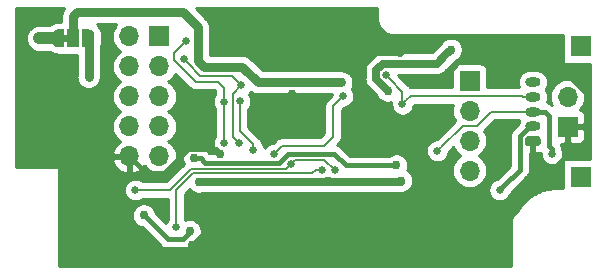
<source format=gbl>
G04 #@! TF.GenerationSoftware,KiCad,Pcbnew,(5.1.4)-1*
G04 #@! TF.CreationDate,2019-11-21T02:33:43+00:00*
G04 #@! TF.ProjectId,analog,616e616c-6f67-42e6-9b69-6361645f7063,rev?*
G04 #@! TF.SameCoordinates,Original*
G04 #@! TF.FileFunction,Copper,L2,Bot*
G04 #@! TF.FilePolarity,Positive*
%FSLAX46Y46*%
G04 Gerber Fmt 4.6, Leading zero omitted, Abs format (unit mm)*
G04 Created by KiCad (PCBNEW (5.1.4)-1) date 2019-11-21 02:33:43*
%MOMM*%
%LPD*%
G04 APERTURE LIST*
%ADD10C,0.100000*%
%ADD11C,0.800000*%
%ADD12O,1.300000X0.800000*%
%ADD13R,1.700000X1.700000*%
%ADD14O,1.700000X1.700000*%
%ADD15C,0.500000*%
%ADD16R,1.000000X1.500000*%
%ADD17C,0.762000*%
%ADD18C,0.732000*%
%ADD19C,0.660400*%
%ADD20C,0.381000*%
%ADD21C,0.203200*%
%ADD22C,0.762000*%
%ADD23C,0.635000*%
%ADD24C,1.016000*%
%ADD25C,0.254000*%
G04 APERTURE END LIST*
D10*
G36*
X32164000Y-34828760D02*
G01*
X32664000Y-34828760D01*
X32664000Y-34228760D01*
X32164000Y-34228760D01*
X32164000Y-34828760D01*
G37*
G36*
X72446403Y-42841923D02*
G01*
X72465818Y-42844803D01*
X72484857Y-42849572D01*
X72503337Y-42856184D01*
X72521079Y-42864576D01*
X72537914Y-42874666D01*
X72553679Y-42886358D01*
X72568221Y-42899539D01*
X72581402Y-42914081D01*
X72593094Y-42929846D01*
X72603184Y-42946681D01*
X72611576Y-42964423D01*
X72618188Y-42982903D01*
X72622957Y-43001942D01*
X72625837Y-43021357D01*
X72626800Y-43040960D01*
X72626800Y-43440960D01*
X72625837Y-43460563D01*
X72622957Y-43479978D01*
X72618188Y-43499017D01*
X72611576Y-43517497D01*
X72603184Y-43535239D01*
X72593094Y-43552074D01*
X72581402Y-43567839D01*
X72568221Y-43582381D01*
X72553679Y-43595562D01*
X72537914Y-43607254D01*
X72521079Y-43617344D01*
X72503337Y-43625736D01*
X72484857Y-43632348D01*
X72465818Y-43637117D01*
X72446403Y-43639997D01*
X72426800Y-43640960D01*
X71526800Y-43640960D01*
X71507197Y-43639997D01*
X71487782Y-43637117D01*
X71468743Y-43632348D01*
X71450263Y-43625736D01*
X71432521Y-43617344D01*
X71415686Y-43607254D01*
X71399921Y-43595562D01*
X71385379Y-43582381D01*
X71372198Y-43567839D01*
X71360506Y-43552074D01*
X71350416Y-43535239D01*
X71342024Y-43517497D01*
X71335412Y-43499017D01*
X71330643Y-43479978D01*
X71327763Y-43460563D01*
X71326800Y-43440960D01*
X71326800Y-43040960D01*
X71327763Y-43021357D01*
X71330643Y-43001942D01*
X71335412Y-42982903D01*
X71342024Y-42964423D01*
X71350416Y-42946681D01*
X71360506Y-42929846D01*
X71372198Y-42914081D01*
X71385379Y-42899539D01*
X71399921Y-42886358D01*
X71415686Y-42874666D01*
X71432521Y-42864576D01*
X71450263Y-42856184D01*
X71468743Y-42849572D01*
X71487782Y-42844803D01*
X71507197Y-42841923D01*
X71526800Y-42840960D01*
X72426800Y-42840960D01*
X72446403Y-42841923D01*
X72446403Y-42841923D01*
G37*
D11*
X71976800Y-43240960D03*
D12*
X71976800Y-41990960D03*
X71976800Y-40740960D03*
X71976800Y-39490960D03*
X71976800Y-38240960D03*
D13*
X40353800Y-34376360D03*
D14*
X37813800Y-34376360D03*
X40353800Y-36916360D03*
X37813800Y-36916360D03*
X40353800Y-39456360D03*
X37813800Y-39456360D03*
X40353800Y-41996360D03*
X37813800Y-41996360D03*
X40353800Y-44536360D03*
X37813800Y-44536360D03*
X66617400Y-45730160D03*
X66617400Y-43190160D03*
X66617400Y-40650160D03*
D13*
X66617400Y-38110160D03*
X76040800Y-46314360D03*
X76040800Y-35189160D03*
X74923200Y-42021760D03*
D14*
X74923200Y-39481760D03*
D15*
X34364000Y-34528760D03*
D10*
G36*
X34364000Y-33779362D02*
G01*
X34388534Y-33779362D01*
X34437365Y-33784172D01*
X34485490Y-33793744D01*
X34532445Y-33807988D01*
X34577778Y-33826765D01*
X34621051Y-33849896D01*
X34661850Y-33877156D01*
X34699779Y-33908284D01*
X34734476Y-33942981D01*
X34765604Y-33980910D01*
X34792864Y-34021709D01*
X34815995Y-34064982D01*
X34834772Y-34110315D01*
X34849016Y-34157270D01*
X34858588Y-34205395D01*
X34863398Y-34254226D01*
X34863398Y-34278760D01*
X34864000Y-34278760D01*
X34864000Y-34778760D01*
X34863398Y-34778760D01*
X34863398Y-34803294D01*
X34858588Y-34852125D01*
X34849016Y-34900250D01*
X34834772Y-34947205D01*
X34815995Y-34992538D01*
X34792864Y-35035811D01*
X34765604Y-35076610D01*
X34734476Y-35114539D01*
X34699779Y-35149236D01*
X34661850Y-35180364D01*
X34621051Y-35207624D01*
X34577778Y-35230755D01*
X34532445Y-35249532D01*
X34485490Y-35263776D01*
X34437365Y-35273348D01*
X34388534Y-35278158D01*
X34364000Y-35278158D01*
X34364000Y-35278760D01*
X33814000Y-35278760D01*
X33814000Y-33778760D01*
X34364000Y-33778760D01*
X34364000Y-33779362D01*
X34364000Y-33779362D01*
G37*
D16*
X33064000Y-34528760D03*
D15*
X31764000Y-34528760D03*
D10*
G36*
X32314000Y-35278760D02*
G01*
X31764000Y-35278760D01*
X31764000Y-35278158D01*
X31739466Y-35278158D01*
X31690635Y-35273348D01*
X31642510Y-35263776D01*
X31595555Y-35249532D01*
X31550222Y-35230755D01*
X31506949Y-35207624D01*
X31466150Y-35180364D01*
X31428221Y-35149236D01*
X31393524Y-35114539D01*
X31362396Y-35076610D01*
X31335136Y-35035811D01*
X31312005Y-34992538D01*
X31293228Y-34947205D01*
X31278984Y-34900250D01*
X31269412Y-34852125D01*
X31264602Y-34803294D01*
X31264602Y-34778760D01*
X31264000Y-34778760D01*
X31264000Y-34278760D01*
X31264602Y-34278760D01*
X31264602Y-34254226D01*
X31269412Y-34205395D01*
X31278984Y-34157270D01*
X31293228Y-34110315D01*
X31312005Y-34064982D01*
X31335136Y-34021709D01*
X31362396Y-33980910D01*
X31393524Y-33942981D01*
X31428221Y-33908284D01*
X31466150Y-33877156D01*
X31506949Y-33849896D01*
X31550222Y-33826765D01*
X31595555Y-33807988D01*
X31642510Y-33793744D01*
X31690635Y-33784172D01*
X31739466Y-33779362D01*
X31764000Y-33779362D01*
X31764000Y-33778760D01*
X32314000Y-33778760D01*
X32314000Y-35278760D01*
X32314000Y-35278760D01*
G37*
D17*
X71595802Y-47635158D03*
X37204200Y-50302160D03*
X38423400Y-51826160D03*
X54907989Y-48092371D03*
X73780200Y-36509960D03*
X50945600Y-33157160D03*
X45494571Y-44295017D03*
X67989000Y-48727360D03*
X69054906Y-36180666D03*
D18*
X60713633Y-35795690D03*
D17*
X64370376Y-37817184D03*
X51529800Y-41031160D03*
X51554994Y-39253160D03*
X43085373Y-51999158D03*
X50920200Y-36890960D03*
X39045700Y-49527460D03*
X43307489Y-44696634D03*
X60419802Y-45298360D03*
D19*
X69157404Y-47381160D03*
X60939027Y-40106624D03*
X59543966Y-37641882D03*
X73602400Y-44333150D03*
X47288000Y-38516570D03*
X47059400Y-43367960D03*
X45840200Y-39888160D03*
X42614400Y-34757360D03*
X45865606Y-43393360D03*
X47186400Y-39862760D03*
X48304000Y-43952160D03*
X55903392Y-39426170D03*
X50056600Y-44345817D03*
X38321800Y-47381160D03*
X55235385Y-45723990D03*
X51504159Y-45146014D03*
X54095200Y-45653960D03*
D17*
X42918437Y-50847795D03*
X34359401Y-37805361D03*
D19*
X42428420Y-36314940D03*
X63899600Y-44053760D03*
X41801600Y-50530760D03*
D17*
X54603246Y-46644578D03*
X46195800Y-36967160D03*
X65042600Y-35493960D03*
X59680657Y-38981942D03*
X55771593Y-38262553D03*
X30192400Y-34530160D03*
X43706600Y-46657259D03*
X60851600Y-46593760D03*
D20*
X74923200Y-44307760D02*
X71595802Y-47635158D01*
X74923200Y-42021760D02*
X74923200Y-44307760D01*
X38321800Y-44536360D02*
X38321800Y-44561760D01*
X38423400Y-51826160D02*
X37204200Y-50606960D01*
X37204200Y-50606960D02*
X37204200Y-50302160D01*
X37813800Y-46161960D02*
X37813800Y-44536360D01*
X37204200Y-50302160D02*
X37204200Y-46771560D01*
X37204200Y-46771560D02*
X37813800Y-46161960D01*
X39210800Y-45933360D02*
X37813800Y-44536360D01*
X40049000Y-45933360D02*
X39210800Y-45933360D01*
X39693400Y-45933360D02*
X40049000Y-45933360D01*
X76523400Y-41652560D02*
X76523400Y-39253160D01*
X76523400Y-39253160D02*
X74161199Y-36890959D01*
X74161199Y-36890959D02*
X73780200Y-36509960D01*
X76154200Y-42021760D02*
X76523400Y-41652560D01*
X74923200Y-42021760D02*
X76154200Y-42021760D01*
X73399201Y-36890959D02*
X73780200Y-36509960D01*
X45113572Y-43914018D02*
X45494571Y-44295017D01*
X40049000Y-45933360D02*
X40760200Y-45933360D01*
X42779542Y-43914018D02*
X45113572Y-43914018D01*
X40760200Y-45933360D02*
X42779542Y-43914018D01*
X70503600Y-48727360D02*
X68527815Y-48727360D01*
X68527815Y-48727360D02*
X67989000Y-48727360D01*
X71595802Y-47635158D02*
X70503600Y-48727360D01*
X67608001Y-48346361D02*
X67989000Y-48727360D01*
X67354011Y-48092371D02*
X67608001Y-48346361D01*
X54907989Y-48092371D02*
X67354011Y-48092371D01*
X69841400Y-36967160D02*
X69397799Y-36523559D01*
X73323000Y-36967160D02*
X69841400Y-36967160D01*
X69397799Y-36523559D02*
X69054906Y-36180666D01*
X66006894Y-36180666D02*
X64751375Y-37436185D01*
X64751375Y-37436185D02*
X64370376Y-37817184D01*
X69054906Y-36180666D02*
X66006894Y-36180666D01*
X51529800Y-39278354D02*
X51554994Y-39253160D01*
X51529800Y-41031160D02*
X51529800Y-39278354D01*
X54907989Y-48092371D02*
X46992160Y-48092371D01*
X43415572Y-51668959D02*
X43085373Y-51999158D01*
X46992160Y-48092371D02*
X43415572Y-51668959D01*
X38953214Y-52355974D02*
X42728557Y-52355974D01*
X38423400Y-51826160D02*
X38953214Y-52355974D01*
X42728557Y-52355974D02*
X42755174Y-52329357D01*
X42755174Y-52329357D02*
X43085373Y-51999158D01*
X51301199Y-36509961D02*
X50920200Y-36890960D01*
X60713633Y-35795690D02*
X52015470Y-35795690D01*
X50945600Y-36865560D02*
X50920200Y-36890960D01*
X50945600Y-33157160D02*
X50945600Y-36865560D01*
X52015470Y-35795690D02*
X51301199Y-36509961D01*
X43307489Y-44696634D02*
X43846304Y-44696634D01*
X51227019Y-44320505D02*
X51214274Y-44307760D01*
X60419802Y-45298360D02*
X56127200Y-45298360D01*
X43846304Y-44696634D02*
X44219397Y-45069727D01*
X44219397Y-45069727D02*
X50452307Y-45069727D01*
X50452307Y-45069727D02*
X51214274Y-44307760D01*
X55149345Y-44320505D02*
X51227019Y-44320505D01*
X56127200Y-45298360D02*
X55149345Y-44320505D01*
X69487603Y-47050961D02*
X69157404Y-47381160D01*
X70884600Y-45653964D02*
X69487603Y-47050961D01*
X70884600Y-42833160D02*
X70884600Y-45653964D01*
X71976800Y-41990960D02*
X71726800Y-41990960D01*
X71726800Y-41990960D02*
X70884600Y-42833160D01*
D21*
X71038200Y-39405560D02*
X61640091Y-39405560D01*
X61269226Y-39776425D02*
X60939027Y-40106624D01*
X71123600Y-39490960D02*
X71038200Y-39405560D01*
X71976800Y-39490960D02*
X71123600Y-39490960D01*
X61640091Y-39405560D02*
X61269226Y-39776425D01*
X60939027Y-40106624D02*
X60939027Y-39036943D01*
X60939027Y-39036943D02*
X59874165Y-37972081D01*
X59874165Y-37972081D02*
X59543966Y-37641882D01*
X71976800Y-40740960D02*
X71726800Y-40740960D01*
D20*
X73348400Y-43612177D02*
X73348400Y-41081560D01*
X73602400Y-43866177D02*
X73348400Y-43612177D01*
X73602400Y-44333150D02*
X73602400Y-43866177D01*
D21*
X71976800Y-40740960D02*
X72226800Y-40740960D01*
D20*
X73007800Y-40740960D02*
X71976800Y-40740960D01*
X73348400Y-41081560D02*
X73007800Y-40740960D01*
D21*
X46551399Y-39253171D02*
X46551399Y-42859959D01*
X46729201Y-43037761D02*
X47059400Y-43367960D01*
X46551399Y-42859959D02*
X46729201Y-43037761D01*
X47288000Y-38516570D02*
X46551399Y-39253171D01*
X45840200Y-43367954D02*
X45865606Y-43393360D01*
X45840200Y-39888160D02*
X45840200Y-43367954D01*
X48304000Y-43485187D02*
X48304000Y-43952160D01*
X47161000Y-42342187D02*
X48304000Y-43485187D01*
X47186400Y-39862760D02*
X47161000Y-39888160D01*
X47161000Y-39888160D02*
X47161000Y-42342187D01*
X50056600Y-44345817D02*
X50780457Y-43621960D01*
X55060400Y-40269162D02*
X55903392Y-39426170D01*
X50780457Y-43621960D02*
X54298400Y-43621960D01*
X55060400Y-42859960D02*
X55060400Y-40269162D01*
X54298400Y-43621960D02*
X55060400Y-42859960D01*
X54327210Y-44815815D02*
X51834358Y-44815815D01*
X51834358Y-44815815D02*
X51504159Y-45146014D01*
X55235385Y-45723990D02*
X54327210Y-44815815D01*
X51173960Y-45476213D02*
X51504159Y-45146014D01*
X41252247Y-47381160D02*
X43068369Y-45565038D01*
X51085135Y-45565038D02*
X51173960Y-45476213D01*
X43068369Y-45565038D02*
X51085135Y-45565038D01*
X38321800Y-47381160D02*
X41252247Y-47381160D01*
D20*
X41077714Y-51559474D02*
X42326860Y-51559474D01*
X39045700Y-49527460D02*
X41077714Y-51559474D01*
X42326860Y-51559474D02*
X42918437Y-50967897D01*
X42918437Y-50967897D02*
X42918437Y-50847795D01*
D22*
X34364000Y-34528760D02*
X34364000Y-37800762D01*
X34364000Y-37800762D02*
X34359401Y-37805361D01*
D21*
X42758619Y-36645139D02*
X42428420Y-36314940D01*
X43817240Y-37703760D02*
X42758619Y-36645139D01*
X47288000Y-38516570D02*
X46475190Y-37703760D01*
X46475190Y-37703760D02*
X43817240Y-37703760D01*
X68466104Y-40740960D02*
X67286904Y-41920160D01*
X64229799Y-43723561D02*
X63899600Y-44053760D01*
X66033200Y-41920160D02*
X64229799Y-43723561D01*
X67286904Y-41920160D02*
X66033200Y-41920160D01*
X71976800Y-40740960D02*
X68466104Y-40740960D01*
X45840200Y-38719760D02*
X45332200Y-38211760D01*
X45840200Y-39888160D02*
X45840200Y-38719760D01*
X45332200Y-38211760D02*
X43427200Y-38211760D01*
X41598400Y-36382960D02*
X41598400Y-35773360D01*
X42284201Y-35087559D02*
X42614400Y-34757360D01*
X43427200Y-38211760D02*
X41598400Y-36382960D01*
X41598400Y-35773360D02*
X42284201Y-35087559D01*
X54095200Y-45653960D02*
X53628227Y-45653960D01*
X41801600Y-47406558D02*
X41801600Y-50063787D01*
X53628227Y-45653960D02*
X53310738Y-45971449D01*
X43236709Y-45971449D02*
X41801600Y-47406558D01*
X41801600Y-50063787D02*
X41801600Y-50530760D01*
X53310738Y-45971449D02*
X43236709Y-45971449D01*
D23*
X64661601Y-35874959D02*
X65042600Y-35493960D01*
X63854169Y-36682391D02*
X64661601Y-35874959D01*
X59248083Y-36682391D02*
X63854169Y-36682391D01*
X58679899Y-37250575D02*
X59248083Y-36682391D01*
X58679899Y-37981184D02*
X58679899Y-37250575D01*
X59680657Y-38981942D02*
X58679899Y-37981184D01*
D24*
X30193800Y-34528760D02*
X30192400Y-34530160D01*
X31764000Y-34528760D02*
X30193800Y-34528760D01*
D23*
X60788101Y-46657259D02*
X60851600Y-46593760D01*
X43706600Y-46657259D02*
X60788101Y-46657259D01*
D22*
X48684993Y-38262553D02*
X55232778Y-38262553D01*
X46195800Y-36967160D02*
X47389600Y-36967160D01*
X47389600Y-36967160D02*
X48684993Y-38262553D01*
X55232778Y-38262553D02*
X55771593Y-38262553D01*
X33064000Y-32674560D02*
X33064000Y-34528760D01*
X44138400Y-36967160D02*
X43655800Y-36484560D01*
X46195800Y-36967160D02*
X44138400Y-36967160D01*
X43655800Y-36484560D02*
X43655800Y-33614360D01*
X43655800Y-33614360D02*
X42385800Y-32344360D01*
X42385800Y-32344360D02*
X33394200Y-32344360D01*
X33394200Y-32344360D02*
X33064000Y-32674560D01*
D25*
G36*
X32215140Y-32107370D02*
G01*
X32120798Y-32283874D01*
X32073281Y-32440516D01*
X32062702Y-32475390D01*
X32043085Y-32674560D01*
X32048000Y-32724462D01*
X32048000Y-33140688D01*
X31764000Y-33140688D01*
X31739550Y-33143096D01*
X31714991Y-33143096D01*
X31590510Y-33155356D01*
X31494377Y-33174478D01*
X31374681Y-33210787D01*
X31284125Y-33248296D01*
X31173808Y-33307262D01*
X31092309Y-33361718D01*
X31063014Y-33385760D01*
X30249939Y-33385760D01*
X30193800Y-33380231D01*
X30137661Y-33385760D01*
X30137654Y-33385760D01*
X29969733Y-33402299D01*
X29754277Y-33467657D01*
X29555711Y-33573792D01*
X29381667Y-33716627D01*
X29345872Y-33760243D01*
X29344476Y-33761639D01*
X29237433Y-33892072D01*
X29131298Y-34090637D01*
X29065939Y-34306093D01*
X29043871Y-34530160D01*
X29065939Y-34754227D01*
X29131298Y-34969683D01*
X29237433Y-35168248D01*
X29380267Y-35342293D01*
X29554312Y-35485127D01*
X29752877Y-35591262D01*
X29968333Y-35656621D01*
X30192400Y-35678689D01*
X30262753Y-35671760D01*
X31063014Y-35671760D01*
X31092309Y-35695802D01*
X31173808Y-35750258D01*
X31284125Y-35809224D01*
X31374681Y-35846733D01*
X31494377Y-35883042D01*
X31590510Y-35902164D01*
X31714991Y-35914424D01*
X31739550Y-35914424D01*
X31764000Y-35916832D01*
X32314000Y-35916832D01*
X32438482Y-35904572D01*
X32439000Y-35904415D01*
X32439518Y-35904572D01*
X32564000Y-35916832D01*
X33348000Y-35916832D01*
X33348001Y-37682168D01*
X33343401Y-37705294D01*
X33343401Y-37755459D01*
X33338486Y-37805361D01*
X33343401Y-37855263D01*
X33343401Y-37905428D01*
X33353188Y-37954633D01*
X33358103Y-38004531D01*
X33372657Y-38052507D01*
X33382445Y-38101717D01*
X33401648Y-38148077D01*
X33416200Y-38196048D01*
X33439830Y-38240257D01*
X33459033Y-38286617D01*
X33486911Y-38328339D01*
X33510542Y-38372550D01*
X33542345Y-38411302D01*
X33570222Y-38453023D01*
X33605703Y-38488504D01*
X33637506Y-38527256D01*
X33676258Y-38559059D01*
X33711739Y-38594540D01*
X33753460Y-38622417D01*
X33792212Y-38654220D01*
X33836423Y-38677851D01*
X33878145Y-38705729D01*
X33924505Y-38724932D01*
X33968714Y-38748562D01*
X34016685Y-38763114D01*
X34063045Y-38782317D01*
X34112255Y-38792105D01*
X34160231Y-38806659D01*
X34210129Y-38811574D01*
X34259334Y-38821361D01*
X34309499Y-38821361D01*
X34359401Y-38826276D01*
X34409303Y-38821361D01*
X34459468Y-38821361D01*
X34508673Y-38811574D01*
X34558571Y-38806659D01*
X34606547Y-38792105D01*
X34655757Y-38782317D01*
X34702117Y-38763114D01*
X34750088Y-38748562D01*
X34794297Y-38724932D01*
X34840657Y-38705729D01*
X34882379Y-38677851D01*
X34926590Y-38654220D01*
X34965343Y-38622416D01*
X35007063Y-38594540D01*
X35047133Y-38554470D01*
X35085896Y-38522658D01*
X35117708Y-38483895D01*
X35148580Y-38453023D01*
X35172836Y-38416721D01*
X35212860Y-38367952D01*
X35242599Y-38312313D01*
X35259769Y-38286617D01*
X35271597Y-38258063D01*
X35307202Y-38191449D01*
X35329128Y-38119170D01*
X35336357Y-38101717D01*
X35340042Y-38083189D01*
X35365298Y-37999933D01*
X35373826Y-37913344D01*
X35375401Y-37905428D01*
X35375401Y-37897358D01*
X35380000Y-37850664D01*
X35384915Y-37800762D01*
X35380000Y-37750860D01*
X35380000Y-35285695D01*
X35394464Y-35258635D01*
X35431973Y-35168079D01*
X35468282Y-35048383D01*
X35487404Y-34952250D01*
X35499664Y-34827769D01*
X35499664Y-34803210D01*
X35502072Y-34778760D01*
X35502072Y-34278760D01*
X35499664Y-34254310D01*
X35499664Y-34229751D01*
X35487404Y-34105270D01*
X35468282Y-34009137D01*
X35431973Y-33889441D01*
X35394464Y-33798885D01*
X35335498Y-33688568D01*
X35281042Y-33607069D01*
X35201690Y-33510378D01*
X35132382Y-33441070D01*
X35035691Y-33361718D01*
X35033659Y-33360360D01*
X36726550Y-33360360D01*
X36573094Y-33547346D01*
X36435201Y-33805326D01*
X36350287Y-34085249D01*
X36321615Y-34376360D01*
X36350287Y-34667471D01*
X36435201Y-34947394D01*
X36573094Y-35205374D01*
X36758666Y-35431494D01*
X36984786Y-35617066D01*
X37039591Y-35646360D01*
X36984786Y-35675654D01*
X36758666Y-35861226D01*
X36573094Y-36087346D01*
X36435201Y-36345326D01*
X36350287Y-36625249D01*
X36321615Y-36916360D01*
X36350287Y-37207471D01*
X36435201Y-37487394D01*
X36573094Y-37745374D01*
X36758666Y-37971494D01*
X36984786Y-38157066D01*
X37039591Y-38186360D01*
X36984786Y-38215654D01*
X36758666Y-38401226D01*
X36573094Y-38627346D01*
X36435201Y-38885326D01*
X36350287Y-39165249D01*
X36321615Y-39456360D01*
X36350287Y-39747471D01*
X36435201Y-40027394D01*
X36573094Y-40285374D01*
X36758666Y-40511494D01*
X36984786Y-40697066D01*
X37039591Y-40726360D01*
X36984786Y-40755654D01*
X36758666Y-40941226D01*
X36573094Y-41167346D01*
X36435201Y-41425326D01*
X36350287Y-41705249D01*
X36321615Y-41996360D01*
X36350287Y-42287471D01*
X36435201Y-42567394D01*
X36573094Y-42825374D01*
X36758666Y-43051494D01*
X36984786Y-43237066D01*
X37049323Y-43271561D01*
X36932445Y-43341182D01*
X36716212Y-43536091D01*
X36542159Y-43769440D01*
X36416975Y-44032261D01*
X36372324Y-44179470D01*
X36493645Y-44409360D01*
X37686800Y-44409360D01*
X37686800Y-44389360D01*
X37940800Y-44389360D01*
X37940800Y-44409360D01*
X37960800Y-44409360D01*
X37960800Y-44663360D01*
X37940800Y-44663360D01*
X37940800Y-45857174D01*
X38170691Y-45977841D01*
X38445052Y-45880517D01*
X38695155Y-45731538D01*
X38911388Y-45536629D01*
X39082216Y-45307604D01*
X39113094Y-45365374D01*
X39298666Y-45591494D01*
X39524786Y-45777066D01*
X39782766Y-45914959D01*
X40062689Y-45999873D01*
X40280850Y-46021360D01*
X40426750Y-46021360D01*
X40644911Y-45999873D01*
X40924834Y-45914959D01*
X41182814Y-45777066D01*
X41408934Y-45591494D01*
X41594506Y-45365374D01*
X41732399Y-45107394D01*
X41817313Y-44827471D01*
X41845985Y-44536360D01*
X41817313Y-44245249D01*
X41732399Y-43965326D01*
X41594506Y-43707346D01*
X41408934Y-43481226D01*
X41182814Y-43295654D01*
X41128009Y-43266360D01*
X41182814Y-43237066D01*
X41408934Y-43051494D01*
X41594506Y-42825374D01*
X41732399Y-42567394D01*
X41817313Y-42287471D01*
X41845985Y-41996360D01*
X41817313Y-41705249D01*
X41732399Y-41425326D01*
X41594506Y-41167346D01*
X41408934Y-40941226D01*
X41182814Y-40755654D01*
X41128009Y-40726360D01*
X41182814Y-40697066D01*
X41408934Y-40511494D01*
X41594506Y-40285374D01*
X41732399Y-40027394D01*
X41817313Y-39747471D01*
X41845985Y-39456360D01*
X41817313Y-39165249D01*
X41732399Y-38885326D01*
X41594506Y-38627346D01*
X41408934Y-38401226D01*
X41182814Y-38215654D01*
X41128009Y-38186360D01*
X41182814Y-38157066D01*
X41408934Y-37971494D01*
X41594506Y-37745374D01*
X41707572Y-37533842D01*
X42880757Y-38707027D01*
X42903825Y-38735135D01*
X42931931Y-38758201D01*
X42931932Y-38758202D01*
X42954825Y-38776990D01*
X43015987Y-38827184D01*
X43143951Y-38895582D01*
X43250103Y-38927783D01*
X43282801Y-38937702D01*
X43427200Y-38951924D01*
X43463386Y-38948360D01*
X45027091Y-38948360D01*
X45103601Y-39024870D01*
X45103601Y-39259760D01*
X45090480Y-39272881D01*
X44984851Y-39430966D01*
X44912092Y-39606622D01*
X44875000Y-39793096D01*
X44875000Y-39983224D01*
X44912092Y-40169698D01*
X44984851Y-40345354D01*
X45090480Y-40503439D01*
X45103600Y-40516559D01*
X45103601Y-42796467D01*
X45010257Y-42936166D01*
X44937498Y-43111822D01*
X44900406Y-43298296D01*
X44900406Y-43488424D01*
X44937498Y-43674898D01*
X45010257Y-43850554D01*
X45115886Y-44008639D01*
X45250327Y-44143080D01*
X45401704Y-44244227D01*
X44561329Y-44244227D01*
X44458702Y-44141600D01*
X44432845Y-44110093D01*
X44307146Y-44006935D01*
X44163738Y-43930281D01*
X44008130Y-43883078D01*
X43903202Y-43872744D01*
X43788745Y-43796266D01*
X43603845Y-43719678D01*
X43407556Y-43680634D01*
X43207422Y-43680634D01*
X43011133Y-43719678D01*
X42826233Y-43796266D01*
X42659827Y-43907455D01*
X42518310Y-44048972D01*
X42407121Y-44215378D01*
X42330533Y-44400278D01*
X42291489Y-44596567D01*
X42291489Y-44796701D01*
X42330533Y-44992990D01*
X42407121Y-45177890D01*
X42409799Y-45181899D01*
X40947138Y-46644560D01*
X38950199Y-46644560D01*
X38937079Y-46631440D01*
X38778994Y-46525811D01*
X38603338Y-46453052D01*
X38416864Y-46415960D01*
X38226736Y-46415960D01*
X38040262Y-46453052D01*
X37864606Y-46525811D01*
X37706521Y-46631440D01*
X37572080Y-46765881D01*
X37466451Y-46923966D01*
X37393692Y-47099622D01*
X37356600Y-47286096D01*
X37356600Y-47476224D01*
X37393692Y-47662698D01*
X37466451Y-47838354D01*
X37572080Y-47996439D01*
X37706521Y-48130880D01*
X37864606Y-48236509D01*
X38040262Y-48309268D01*
X38226736Y-48346360D01*
X38416864Y-48346360D01*
X38603338Y-48309268D01*
X38778994Y-48236509D01*
X38937079Y-48130880D01*
X38950199Y-48117760D01*
X41065000Y-48117760D01*
X41065001Y-49902360D01*
X41051880Y-49915481D01*
X40946251Y-50073566D01*
X40891477Y-50205803D01*
X40048946Y-49363274D01*
X40022656Y-49231104D01*
X39946068Y-49046204D01*
X39834879Y-48879798D01*
X39693362Y-48738281D01*
X39526956Y-48627092D01*
X39342056Y-48550504D01*
X39145767Y-48511460D01*
X38945633Y-48511460D01*
X38749344Y-48550504D01*
X38564444Y-48627092D01*
X38398038Y-48738281D01*
X38256521Y-48879798D01*
X38145332Y-49046204D01*
X38068744Y-49231104D01*
X38029700Y-49427393D01*
X38029700Y-49627527D01*
X38068744Y-49823816D01*
X38145332Y-50008716D01*
X38256521Y-50175122D01*
X38398038Y-50316639D01*
X38564444Y-50427828D01*
X38749344Y-50504416D01*
X38881514Y-50530706D01*
X40465325Y-52114519D01*
X40491173Y-52146015D01*
X40522669Y-52171863D01*
X40522672Y-52171866D01*
X40616871Y-52249173D01*
X40760280Y-52325827D01*
X40915888Y-52373030D01*
X41037161Y-52384974D01*
X41037163Y-52384974D01*
X41077714Y-52388968D01*
X41118264Y-52384974D01*
X42286310Y-52384974D01*
X42326860Y-52388968D01*
X42367410Y-52384974D01*
X42367413Y-52384974D01*
X42488686Y-52373030D01*
X42644294Y-52325827D01*
X42787702Y-52249173D01*
X42913401Y-52146015D01*
X42939258Y-52114508D01*
X43239072Y-51814694D01*
X43399693Y-51748163D01*
X43566099Y-51636974D01*
X43707616Y-51495457D01*
X43818805Y-51329051D01*
X43895393Y-51144151D01*
X43934437Y-50947862D01*
X43934437Y-50747728D01*
X43895393Y-50551439D01*
X43818805Y-50366539D01*
X43707616Y-50200133D01*
X43566099Y-50058616D01*
X43399693Y-49947427D01*
X43214793Y-49870839D01*
X43018504Y-49831795D01*
X42818370Y-49831795D01*
X42622081Y-49870839D01*
X42540479Y-49904640D01*
X42538200Y-49902361D01*
X42538200Y-47711667D01*
X42931184Y-47318684D01*
X43058938Y-47446438D01*
X43225344Y-47557627D01*
X43410244Y-47634215D01*
X43606533Y-47673259D01*
X43806667Y-47673259D01*
X44002956Y-47634215D01*
X44061998Y-47609759D01*
X54278463Y-47609759D01*
X54306890Y-47621534D01*
X54503179Y-47660578D01*
X54703313Y-47660578D01*
X54899602Y-47621534D01*
X54928029Y-47609759D01*
X60741316Y-47609759D01*
X60788101Y-47614367D01*
X60834875Y-47609760D01*
X60951667Y-47609760D01*
X61147956Y-47570716D01*
X61332856Y-47494128D01*
X61499262Y-47382939D01*
X61640779Y-47241422D01*
X61751968Y-47075016D01*
X61828556Y-46890116D01*
X61867600Y-46693827D01*
X61867600Y-46493693D01*
X61828556Y-46297404D01*
X61751968Y-46112504D01*
X61640779Y-45946098D01*
X61499262Y-45804581D01*
X61350893Y-45705444D01*
X61396758Y-45594716D01*
X61435802Y-45398427D01*
X61435802Y-45198293D01*
X61396758Y-45002004D01*
X61320170Y-44817104D01*
X61208981Y-44650698D01*
X61067464Y-44509181D01*
X60901058Y-44397992D01*
X60716158Y-44321404D01*
X60519869Y-44282360D01*
X60319735Y-44282360D01*
X60123446Y-44321404D01*
X59938546Y-44397992D01*
X59826498Y-44472860D01*
X56469133Y-44472860D01*
X55761742Y-43765470D01*
X55735886Y-43733964D01*
X55610187Y-43630806D01*
X55466779Y-43554152D01*
X55421617Y-43540452D01*
X55555673Y-43406397D01*
X55583774Y-43383335D01*
X55606837Y-43355233D01*
X55606842Y-43355228D01*
X55675824Y-43271173D01*
X55687696Y-43248962D01*
X55744222Y-43143209D01*
X55786342Y-43004359D01*
X55797000Y-42896146D01*
X55797000Y-42896145D01*
X55800564Y-42859960D01*
X55797000Y-42823774D01*
X55797000Y-40574271D01*
X55979901Y-40391370D01*
X55998456Y-40391370D01*
X56184930Y-40354278D01*
X56360586Y-40281519D01*
X56518671Y-40175890D01*
X56653112Y-40041449D01*
X56758741Y-39883364D01*
X56831500Y-39707708D01*
X56868592Y-39521234D01*
X56868592Y-39331106D01*
X56831500Y-39144632D01*
X56758741Y-38968976D01*
X56653112Y-38810891D01*
X56638396Y-38796175D01*
X56644090Y-38785521D01*
X56671961Y-38743809D01*
X56691160Y-38697458D01*
X56714795Y-38653240D01*
X56729349Y-38605262D01*
X56748549Y-38558909D01*
X56758336Y-38509704D01*
X56772891Y-38461724D01*
X56777806Y-38411824D01*
X56787593Y-38362620D01*
X56787593Y-38312455D01*
X56792508Y-38262553D01*
X56787593Y-38212651D01*
X56787593Y-38162486D01*
X56777806Y-38113282D01*
X56772891Y-38063382D01*
X56758336Y-38015402D01*
X56748549Y-37966197D01*
X56729349Y-37919844D01*
X56714795Y-37871866D01*
X56691160Y-37827648D01*
X56671961Y-37781297D01*
X56644090Y-37739585D01*
X56620453Y-37695363D01*
X56588641Y-37656600D01*
X56560772Y-37614891D01*
X56525299Y-37579418D01*
X56493489Y-37540657D01*
X56454726Y-37508845D01*
X56419255Y-37473374D01*
X56377546Y-37445505D01*
X56338783Y-37413693D01*
X56294561Y-37390056D01*
X56252849Y-37362185D01*
X56206498Y-37342986D01*
X56162280Y-37319351D01*
X56114302Y-37304797D01*
X56067949Y-37285597D01*
X56018744Y-37275810D01*
X55970764Y-37261255D01*
X55920864Y-37256340D01*
X55891881Y-37250575D01*
X57722791Y-37250575D01*
X57727399Y-37297360D01*
X57727399Y-37934399D01*
X57722791Y-37981184D01*
X57727399Y-38027968D01*
X57741182Y-38167906D01*
X57795647Y-38347452D01*
X57884093Y-38512925D01*
X58003121Y-38657962D01*
X58039468Y-38687791D01*
X58755833Y-39404156D01*
X58780289Y-39463198D01*
X58891478Y-39629604D01*
X59032995Y-39771121D01*
X59199401Y-39882310D01*
X59384301Y-39958898D01*
X59580590Y-39997942D01*
X59780724Y-39997942D01*
X59977013Y-39958898D01*
X59984957Y-39955608D01*
X59973827Y-40011560D01*
X59973827Y-40201688D01*
X60010919Y-40388162D01*
X60083678Y-40563818D01*
X60189307Y-40721903D01*
X60323748Y-40856344D01*
X60481833Y-40961973D01*
X60657489Y-41034732D01*
X60843963Y-41071824D01*
X61034091Y-41071824D01*
X61220565Y-41034732D01*
X61396221Y-40961973D01*
X61554306Y-40856344D01*
X61688747Y-40721903D01*
X61794376Y-40563818D01*
X61867135Y-40388162D01*
X61904227Y-40201688D01*
X61904227Y-40183133D01*
X61945200Y-40142160D01*
X65219680Y-40142160D01*
X65153887Y-40359049D01*
X65125215Y-40650160D01*
X65153887Y-40941271D01*
X65238801Y-41221194D01*
X65376694Y-41479174D01*
X65401838Y-41509812D01*
X63823091Y-43088560D01*
X63804536Y-43088560D01*
X63618062Y-43125652D01*
X63442406Y-43198411D01*
X63284321Y-43304040D01*
X63149880Y-43438481D01*
X63044251Y-43596566D01*
X62971492Y-43772222D01*
X62934400Y-43958696D01*
X62934400Y-44148824D01*
X62971492Y-44335298D01*
X63044251Y-44510954D01*
X63149880Y-44669039D01*
X63284321Y-44803480D01*
X63442406Y-44909109D01*
X63618062Y-44981868D01*
X63804536Y-45018960D01*
X63994664Y-45018960D01*
X64181138Y-44981868D01*
X64356794Y-44909109D01*
X64514879Y-44803480D01*
X64649320Y-44669039D01*
X64754949Y-44510954D01*
X64827708Y-44335298D01*
X64864800Y-44148824D01*
X64864800Y-44130269D01*
X65237655Y-43757415D01*
X65238801Y-43761194D01*
X65376694Y-44019174D01*
X65562266Y-44245294D01*
X65788386Y-44430866D01*
X65843191Y-44460160D01*
X65788386Y-44489454D01*
X65562266Y-44675026D01*
X65376694Y-44901146D01*
X65238801Y-45159126D01*
X65153887Y-45439049D01*
X65125215Y-45730160D01*
X65153887Y-46021271D01*
X65238801Y-46301194D01*
X65376694Y-46559174D01*
X65562266Y-46785294D01*
X65788386Y-46970866D01*
X66046366Y-47108759D01*
X66326289Y-47193673D01*
X66544450Y-47215160D01*
X66690350Y-47215160D01*
X66908511Y-47193673D01*
X67188434Y-47108759D01*
X67446414Y-46970866D01*
X67672534Y-46785294D01*
X67858106Y-46559174D01*
X67995999Y-46301194D01*
X68080913Y-46021271D01*
X68109585Y-45730160D01*
X68080913Y-45439049D01*
X67995999Y-45159126D01*
X67858106Y-44901146D01*
X67672534Y-44675026D01*
X67446414Y-44489454D01*
X67391609Y-44460160D01*
X67446414Y-44430866D01*
X67672534Y-44245294D01*
X67858106Y-44019174D01*
X67995999Y-43761194D01*
X68080913Y-43481271D01*
X68109585Y-43190160D01*
X68080913Y-42899049D01*
X67995999Y-42619126D01*
X67868389Y-42380384D01*
X68771214Y-41477560D01*
X70827645Y-41477560D01*
X70765959Y-41592967D01*
X70706776Y-41788065D01*
X70700714Y-41849613D01*
X70329565Y-42220763D01*
X70298059Y-42246619D01*
X70245697Y-42310423D01*
X70194901Y-42372318D01*
X70165053Y-42428160D01*
X70118247Y-42515727D01*
X70071044Y-42671335D01*
X70059100Y-42792607D01*
X70055106Y-42833160D01*
X70059100Y-42873711D01*
X70059101Y-45312030D01*
X68932567Y-46438565D01*
X68932562Y-46438569D01*
X68928561Y-46442570D01*
X68875866Y-46453052D01*
X68700210Y-46525811D01*
X68542125Y-46631440D01*
X68407684Y-46765881D01*
X68302055Y-46923966D01*
X68229296Y-47099622D01*
X68192204Y-47286096D01*
X68192204Y-47476224D01*
X68229296Y-47662698D01*
X68302055Y-47838354D01*
X68407684Y-47996439D01*
X68542125Y-48130880D01*
X68700210Y-48236509D01*
X68875866Y-48309268D01*
X69062340Y-48346360D01*
X69252468Y-48346360D01*
X69438942Y-48309268D01*
X69614598Y-48236509D01*
X69772683Y-48130880D01*
X69907124Y-47996439D01*
X70012753Y-47838354D01*
X70085512Y-47662698D01*
X70095994Y-47610003D01*
X70099995Y-47606002D01*
X70099999Y-47605997D01*
X71439639Y-46266358D01*
X71471141Y-46240505D01*
X71563591Y-46127854D01*
X71574299Y-46114807D01*
X71650953Y-45971398D01*
X71661843Y-45935498D01*
X71698156Y-45815790D01*
X71710100Y-45694517D01*
X71710100Y-45694515D01*
X71714094Y-45653965D01*
X71710100Y-45613414D01*
X71710100Y-44256910D01*
X71849800Y-44117210D01*
X71849800Y-43367960D01*
X71829800Y-43367960D01*
X71829800Y-43113960D01*
X71849800Y-43113960D01*
X71849800Y-43093960D01*
X72103800Y-43093960D01*
X72103800Y-43113960D01*
X72123800Y-43113960D01*
X72123800Y-43367960D01*
X72103800Y-43367960D01*
X72103800Y-44117210D01*
X72262550Y-44275960D01*
X72626800Y-44279032D01*
X72637200Y-44278008D01*
X72637200Y-44428214D01*
X72674292Y-44614688D01*
X72747051Y-44790344D01*
X72852680Y-44948429D01*
X72987121Y-45082870D01*
X73145206Y-45188499D01*
X73320862Y-45261258D01*
X73507336Y-45298350D01*
X73697464Y-45298350D01*
X73883938Y-45261258D01*
X74059594Y-45188499D01*
X74217679Y-45082870D01*
X74352120Y-44948429D01*
X74457749Y-44790344D01*
X74530508Y-44614688D01*
X74567600Y-44428214D01*
X74567600Y-44238086D01*
X74530508Y-44051612D01*
X74457749Y-43875956D01*
X74428554Y-43832262D01*
X74427854Y-43825154D01*
X74415956Y-43704351D01*
X74368753Y-43548743D01*
X74347157Y-43508340D01*
X74637450Y-43506760D01*
X74796200Y-43348010D01*
X74796200Y-42148760D01*
X75050200Y-42148760D01*
X75050200Y-43348010D01*
X75208950Y-43506760D01*
X75773200Y-43509832D01*
X75897682Y-43497572D01*
X76017380Y-43461262D01*
X76127694Y-43402297D01*
X76224385Y-43322945D01*
X76303737Y-43226254D01*
X76362702Y-43115940D01*
X76399012Y-42996242D01*
X76411272Y-42871760D01*
X76408200Y-42307510D01*
X76249450Y-42148760D01*
X75050200Y-42148760D01*
X74796200Y-42148760D01*
X74776200Y-42148760D01*
X74776200Y-41894760D01*
X74796200Y-41894760D01*
X74796200Y-41874760D01*
X75050200Y-41874760D01*
X75050200Y-41894760D01*
X76249450Y-41894760D01*
X76408200Y-41736010D01*
X76411272Y-41171760D01*
X76399012Y-41047278D01*
X76362702Y-40927580D01*
X76303737Y-40817266D01*
X76224385Y-40720575D01*
X76127694Y-40641223D01*
X76017380Y-40582258D01*
X75948513Y-40561367D01*
X75978334Y-40536894D01*
X76163906Y-40310774D01*
X76301799Y-40052794D01*
X76386713Y-39772871D01*
X76415385Y-39481760D01*
X76386713Y-39190649D01*
X76301799Y-38910726D01*
X76163906Y-38652746D01*
X75978334Y-38426626D01*
X75752214Y-38241054D01*
X75494234Y-38103161D01*
X75214311Y-38018247D01*
X74996150Y-37996760D01*
X74850250Y-37996760D01*
X74632089Y-38018247D01*
X74352166Y-38103161D01*
X74094186Y-38241054D01*
X73868066Y-38426626D01*
X73682494Y-38652746D01*
X73544601Y-38910726D01*
X73459687Y-39190649D01*
X73431015Y-39481760D01*
X73459687Y-39772871D01*
X73544601Y-40052794D01*
X73607475Y-40170422D01*
X73594341Y-40154419D01*
X73468642Y-40051261D01*
X73325234Y-39974607D01*
X73169626Y-39927404D01*
X73167215Y-39927167D01*
X73187641Y-39888953D01*
X73246824Y-39693855D01*
X73266807Y-39490960D01*
X73246824Y-39288065D01*
X73187641Y-39092967D01*
X73091534Y-38913163D01*
X73052796Y-38865960D01*
X73091534Y-38818757D01*
X73187641Y-38638953D01*
X73246824Y-38443855D01*
X73266807Y-38240960D01*
X73246824Y-38038065D01*
X73187641Y-37842967D01*
X73091534Y-37663163D01*
X72962196Y-37505564D01*
X72804597Y-37376226D01*
X72624793Y-37280119D01*
X72429695Y-37220936D01*
X72277638Y-37205960D01*
X71675962Y-37205960D01*
X71523905Y-37220936D01*
X71328807Y-37280119D01*
X71149003Y-37376226D01*
X70991404Y-37505564D01*
X70862066Y-37663163D01*
X70765959Y-37842967D01*
X70706776Y-38038065D01*
X70686793Y-38240960D01*
X70706776Y-38443855D01*
X70765959Y-38638953D01*
X70781998Y-38668960D01*
X68105472Y-38668960D01*
X68105472Y-37260160D01*
X68093212Y-37135678D01*
X68056902Y-37015980D01*
X67997937Y-36905666D01*
X67918585Y-36808975D01*
X67821894Y-36729623D01*
X67711580Y-36670658D01*
X67591882Y-36634348D01*
X67467400Y-36622088D01*
X65767400Y-36622088D01*
X65642918Y-36634348D01*
X65523220Y-36670658D01*
X65412906Y-36729623D01*
X65316215Y-36808975D01*
X65236863Y-36905666D01*
X65177898Y-37015980D01*
X65141588Y-37135678D01*
X65129328Y-37260160D01*
X65129328Y-38668960D01*
X61676266Y-38668960D01*
X61640090Y-38665397D01*
X61603914Y-38668960D01*
X61603905Y-38668960D01*
X61578876Y-38671425D01*
X61554451Y-38625730D01*
X61499742Y-38559067D01*
X61485469Y-38541675D01*
X61485468Y-38541674D01*
X61462402Y-38513568D01*
X61434296Y-38490502D01*
X60578684Y-37634891D01*
X63807384Y-37634891D01*
X63854169Y-37639499D01*
X63900954Y-37634891D01*
X64040892Y-37621108D01*
X64220438Y-37566643D01*
X64385910Y-37478197D01*
X64530947Y-37359169D01*
X64560776Y-37322822D01*
X65464814Y-36418784D01*
X65523856Y-36394328D01*
X65690262Y-36283139D01*
X65831779Y-36141622D01*
X65942968Y-35975216D01*
X66019556Y-35790316D01*
X66058600Y-35594027D01*
X66058600Y-35393893D01*
X66019556Y-35197604D01*
X65942968Y-35012704D01*
X65831779Y-34846298D01*
X65690262Y-34704781D01*
X65523856Y-34593592D01*
X65338956Y-34517004D01*
X65142667Y-34477960D01*
X64942533Y-34477960D01*
X64746244Y-34517004D01*
X64561344Y-34593592D01*
X64394938Y-34704781D01*
X64253421Y-34846298D01*
X64142232Y-35012704D01*
X64117776Y-35071746D01*
X63459631Y-35729891D01*
X59294868Y-35729891D01*
X59248083Y-35725283D01*
X59201298Y-35729891D01*
X59061360Y-35743674D01*
X58881814Y-35798139D01*
X58716342Y-35886585D01*
X58571305Y-36005613D01*
X58541472Y-36041965D01*
X58039464Y-36543972D01*
X58003122Y-36573797D01*
X57973298Y-36610138D01*
X57884093Y-36718835D01*
X57835913Y-36808975D01*
X57795648Y-36884306D01*
X57741182Y-37063852D01*
X57728602Y-37191581D01*
X57722791Y-37250575D01*
X55891881Y-37250575D01*
X55871660Y-37246553D01*
X49105834Y-37246553D01*
X48143312Y-36284032D01*
X48111496Y-36245264D01*
X47956790Y-36118300D01*
X47780287Y-36023958D01*
X47588771Y-35965862D01*
X47439502Y-35951160D01*
X47389600Y-35946245D01*
X47339698Y-35951160D01*
X44671800Y-35951160D01*
X44671800Y-33664253D01*
X44676714Y-33614359D01*
X44671800Y-33564465D01*
X44671800Y-33564458D01*
X44657098Y-33415189D01*
X44599002Y-33223673D01*
X44504660Y-33047170D01*
X44377696Y-32892464D01*
X44338933Y-32860652D01*
X43466240Y-31987960D01*
X58795000Y-31987960D01*
X58795001Y-32860607D01*
X58797870Y-32889739D01*
X58797838Y-32894363D01*
X58798771Y-32903882D01*
X58814317Y-33051783D01*
X58826795Y-33112573D01*
X58838433Y-33173582D01*
X58841197Y-33182738D01*
X58885173Y-33324804D01*
X58909240Y-33382057D01*
X58932491Y-33439605D01*
X58936981Y-33448049D01*
X59007714Y-33578867D01*
X59042412Y-33630309D01*
X59076428Y-33682290D01*
X59082473Y-33689702D01*
X59177269Y-33804290D01*
X59221322Y-33848037D01*
X59264760Y-33892394D01*
X59272129Y-33898490D01*
X59387376Y-33992483D01*
X59439094Y-34026844D01*
X59490314Y-34061915D01*
X59498727Y-34066465D01*
X59630035Y-34136283D01*
X59687473Y-34159957D01*
X59744500Y-34184399D01*
X59753636Y-34187228D01*
X59896005Y-34230211D01*
X59956866Y-34242262D01*
X60017638Y-34255179D01*
X60027150Y-34256179D01*
X60175157Y-34270691D01*
X60175163Y-34270691D01*
X60208353Y-34273960D01*
X74516800Y-34273960D01*
X74516800Y-36586160D01*
X74519471Y-36612068D01*
X74526914Y-36635825D01*
X74538849Y-36657674D01*
X74554818Y-36676775D01*
X74574205Y-36692394D01*
X74596268Y-36703930D01*
X74620157Y-36710940D01*
X74644954Y-36713155D01*
X76803601Y-36693531D01*
X76803600Y-44790360D01*
X74637818Y-44790360D01*
X74613042Y-44792800D01*
X74589217Y-44800027D01*
X74567261Y-44811763D01*
X74548015Y-44827557D01*
X74532221Y-44846803D01*
X74520485Y-44868759D01*
X74513258Y-44892584D01*
X74510818Y-44917360D01*
X74510818Y-47229560D01*
X74010185Y-47229560D01*
X73939810Y-47229224D01*
X73907205Y-47232264D01*
X73874456Y-47232035D01*
X73864938Y-47232969D01*
X73268320Y-47295675D01*
X73207509Y-47308158D01*
X73146518Y-47319793D01*
X73137362Y-47322557D01*
X72564286Y-47499954D01*
X72507032Y-47524022D01*
X72449488Y-47547271D01*
X72441043Y-47551761D01*
X72236176Y-47662532D01*
X72231424Y-47663000D01*
X72207599Y-47670227D01*
X72185643Y-47681963D01*
X72166397Y-47697757D01*
X72160944Y-47703210D01*
X71913338Y-47837090D01*
X71861881Y-47871798D01*
X71809917Y-47905803D01*
X71802505Y-47911848D01*
X71340271Y-48294242D01*
X71296524Y-48338295D01*
X71252167Y-48381733D01*
X71246070Y-48389103D01*
X70866913Y-48853995D01*
X70832557Y-48905706D01*
X70797480Y-48956934D01*
X70792934Y-48965343D01*
X70792931Y-48965347D01*
X70792931Y-48965348D01*
X70672718Y-49191436D01*
X70185197Y-49678957D01*
X70169403Y-49698203D01*
X70157667Y-49720159D01*
X70150440Y-49743984D01*
X70148000Y-49768760D01*
X70148000Y-53808160D01*
X31870200Y-53808160D01*
X31870200Y-45526960D01*
X31867760Y-45502184D01*
X31860533Y-45478359D01*
X31848797Y-45456403D01*
X31833003Y-45437157D01*
X31813757Y-45421363D01*
X31791801Y-45409627D01*
X31767976Y-45402400D01*
X31743200Y-45399960D01*
X28211800Y-45399960D01*
X28211800Y-44893250D01*
X36372324Y-44893250D01*
X36416975Y-45040459D01*
X36542159Y-45303280D01*
X36716212Y-45536629D01*
X36932445Y-45731538D01*
X37182548Y-45880517D01*
X37456909Y-45977841D01*
X37686800Y-45857174D01*
X37686800Y-44663360D01*
X36493645Y-44663360D01*
X36372324Y-44893250D01*
X28211800Y-44893250D01*
X28211800Y-31987960D01*
X32313137Y-31987960D01*
X32215140Y-32107370D01*
X32215140Y-32107370D01*
G37*
X32215140Y-32107370D02*
X32120798Y-32283874D01*
X32073281Y-32440516D01*
X32062702Y-32475390D01*
X32043085Y-32674560D01*
X32048000Y-32724462D01*
X32048000Y-33140688D01*
X31764000Y-33140688D01*
X31739550Y-33143096D01*
X31714991Y-33143096D01*
X31590510Y-33155356D01*
X31494377Y-33174478D01*
X31374681Y-33210787D01*
X31284125Y-33248296D01*
X31173808Y-33307262D01*
X31092309Y-33361718D01*
X31063014Y-33385760D01*
X30249939Y-33385760D01*
X30193800Y-33380231D01*
X30137661Y-33385760D01*
X30137654Y-33385760D01*
X29969733Y-33402299D01*
X29754277Y-33467657D01*
X29555711Y-33573792D01*
X29381667Y-33716627D01*
X29345872Y-33760243D01*
X29344476Y-33761639D01*
X29237433Y-33892072D01*
X29131298Y-34090637D01*
X29065939Y-34306093D01*
X29043871Y-34530160D01*
X29065939Y-34754227D01*
X29131298Y-34969683D01*
X29237433Y-35168248D01*
X29380267Y-35342293D01*
X29554312Y-35485127D01*
X29752877Y-35591262D01*
X29968333Y-35656621D01*
X30192400Y-35678689D01*
X30262753Y-35671760D01*
X31063014Y-35671760D01*
X31092309Y-35695802D01*
X31173808Y-35750258D01*
X31284125Y-35809224D01*
X31374681Y-35846733D01*
X31494377Y-35883042D01*
X31590510Y-35902164D01*
X31714991Y-35914424D01*
X31739550Y-35914424D01*
X31764000Y-35916832D01*
X32314000Y-35916832D01*
X32438482Y-35904572D01*
X32439000Y-35904415D01*
X32439518Y-35904572D01*
X32564000Y-35916832D01*
X33348000Y-35916832D01*
X33348001Y-37682168D01*
X33343401Y-37705294D01*
X33343401Y-37755459D01*
X33338486Y-37805361D01*
X33343401Y-37855263D01*
X33343401Y-37905428D01*
X33353188Y-37954633D01*
X33358103Y-38004531D01*
X33372657Y-38052507D01*
X33382445Y-38101717D01*
X33401648Y-38148077D01*
X33416200Y-38196048D01*
X33439830Y-38240257D01*
X33459033Y-38286617D01*
X33486911Y-38328339D01*
X33510542Y-38372550D01*
X33542345Y-38411302D01*
X33570222Y-38453023D01*
X33605703Y-38488504D01*
X33637506Y-38527256D01*
X33676258Y-38559059D01*
X33711739Y-38594540D01*
X33753460Y-38622417D01*
X33792212Y-38654220D01*
X33836423Y-38677851D01*
X33878145Y-38705729D01*
X33924505Y-38724932D01*
X33968714Y-38748562D01*
X34016685Y-38763114D01*
X34063045Y-38782317D01*
X34112255Y-38792105D01*
X34160231Y-38806659D01*
X34210129Y-38811574D01*
X34259334Y-38821361D01*
X34309499Y-38821361D01*
X34359401Y-38826276D01*
X34409303Y-38821361D01*
X34459468Y-38821361D01*
X34508673Y-38811574D01*
X34558571Y-38806659D01*
X34606547Y-38792105D01*
X34655757Y-38782317D01*
X34702117Y-38763114D01*
X34750088Y-38748562D01*
X34794297Y-38724932D01*
X34840657Y-38705729D01*
X34882379Y-38677851D01*
X34926590Y-38654220D01*
X34965343Y-38622416D01*
X35007063Y-38594540D01*
X35047133Y-38554470D01*
X35085896Y-38522658D01*
X35117708Y-38483895D01*
X35148580Y-38453023D01*
X35172836Y-38416721D01*
X35212860Y-38367952D01*
X35242599Y-38312313D01*
X35259769Y-38286617D01*
X35271597Y-38258063D01*
X35307202Y-38191449D01*
X35329128Y-38119170D01*
X35336357Y-38101717D01*
X35340042Y-38083189D01*
X35365298Y-37999933D01*
X35373826Y-37913344D01*
X35375401Y-37905428D01*
X35375401Y-37897358D01*
X35380000Y-37850664D01*
X35384915Y-37800762D01*
X35380000Y-37750860D01*
X35380000Y-35285695D01*
X35394464Y-35258635D01*
X35431973Y-35168079D01*
X35468282Y-35048383D01*
X35487404Y-34952250D01*
X35499664Y-34827769D01*
X35499664Y-34803210D01*
X35502072Y-34778760D01*
X35502072Y-34278760D01*
X35499664Y-34254310D01*
X35499664Y-34229751D01*
X35487404Y-34105270D01*
X35468282Y-34009137D01*
X35431973Y-33889441D01*
X35394464Y-33798885D01*
X35335498Y-33688568D01*
X35281042Y-33607069D01*
X35201690Y-33510378D01*
X35132382Y-33441070D01*
X35035691Y-33361718D01*
X35033659Y-33360360D01*
X36726550Y-33360360D01*
X36573094Y-33547346D01*
X36435201Y-33805326D01*
X36350287Y-34085249D01*
X36321615Y-34376360D01*
X36350287Y-34667471D01*
X36435201Y-34947394D01*
X36573094Y-35205374D01*
X36758666Y-35431494D01*
X36984786Y-35617066D01*
X37039591Y-35646360D01*
X36984786Y-35675654D01*
X36758666Y-35861226D01*
X36573094Y-36087346D01*
X36435201Y-36345326D01*
X36350287Y-36625249D01*
X36321615Y-36916360D01*
X36350287Y-37207471D01*
X36435201Y-37487394D01*
X36573094Y-37745374D01*
X36758666Y-37971494D01*
X36984786Y-38157066D01*
X37039591Y-38186360D01*
X36984786Y-38215654D01*
X36758666Y-38401226D01*
X36573094Y-38627346D01*
X36435201Y-38885326D01*
X36350287Y-39165249D01*
X36321615Y-39456360D01*
X36350287Y-39747471D01*
X36435201Y-40027394D01*
X36573094Y-40285374D01*
X36758666Y-40511494D01*
X36984786Y-40697066D01*
X37039591Y-40726360D01*
X36984786Y-40755654D01*
X36758666Y-40941226D01*
X36573094Y-41167346D01*
X36435201Y-41425326D01*
X36350287Y-41705249D01*
X36321615Y-41996360D01*
X36350287Y-42287471D01*
X36435201Y-42567394D01*
X36573094Y-42825374D01*
X36758666Y-43051494D01*
X36984786Y-43237066D01*
X37049323Y-43271561D01*
X36932445Y-43341182D01*
X36716212Y-43536091D01*
X36542159Y-43769440D01*
X36416975Y-44032261D01*
X36372324Y-44179470D01*
X36493645Y-44409360D01*
X37686800Y-44409360D01*
X37686800Y-44389360D01*
X37940800Y-44389360D01*
X37940800Y-44409360D01*
X37960800Y-44409360D01*
X37960800Y-44663360D01*
X37940800Y-44663360D01*
X37940800Y-45857174D01*
X38170691Y-45977841D01*
X38445052Y-45880517D01*
X38695155Y-45731538D01*
X38911388Y-45536629D01*
X39082216Y-45307604D01*
X39113094Y-45365374D01*
X39298666Y-45591494D01*
X39524786Y-45777066D01*
X39782766Y-45914959D01*
X40062689Y-45999873D01*
X40280850Y-46021360D01*
X40426750Y-46021360D01*
X40644911Y-45999873D01*
X40924834Y-45914959D01*
X41182814Y-45777066D01*
X41408934Y-45591494D01*
X41594506Y-45365374D01*
X41732399Y-45107394D01*
X41817313Y-44827471D01*
X41845985Y-44536360D01*
X41817313Y-44245249D01*
X41732399Y-43965326D01*
X41594506Y-43707346D01*
X41408934Y-43481226D01*
X41182814Y-43295654D01*
X41128009Y-43266360D01*
X41182814Y-43237066D01*
X41408934Y-43051494D01*
X41594506Y-42825374D01*
X41732399Y-42567394D01*
X41817313Y-42287471D01*
X41845985Y-41996360D01*
X41817313Y-41705249D01*
X41732399Y-41425326D01*
X41594506Y-41167346D01*
X41408934Y-40941226D01*
X41182814Y-40755654D01*
X41128009Y-40726360D01*
X41182814Y-40697066D01*
X41408934Y-40511494D01*
X41594506Y-40285374D01*
X41732399Y-40027394D01*
X41817313Y-39747471D01*
X41845985Y-39456360D01*
X41817313Y-39165249D01*
X41732399Y-38885326D01*
X41594506Y-38627346D01*
X41408934Y-38401226D01*
X41182814Y-38215654D01*
X41128009Y-38186360D01*
X41182814Y-38157066D01*
X41408934Y-37971494D01*
X41594506Y-37745374D01*
X41707572Y-37533842D01*
X42880757Y-38707027D01*
X42903825Y-38735135D01*
X42931931Y-38758201D01*
X42931932Y-38758202D01*
X42954825Y-38776990D01*
X43015987Y-38827184D01*
X43143951Y-38895582D01*
X43250103Y-38927783D01*
X43282801Y-38937702D01*
X43427200Y-38951924D01*
X43463386Y-38948360D01*
X45027091Y-38948360D01*
X45103601Y-39024870D01*
X45103601Y-39259760D01*
X45090480Y-39272881D01*
X44984851Y-39430966D01*
X44912092Y-39606622D01*
X44875000Y-39793096D01*
X44875000Y-39983224D01*
X44912092Y-40169698D01*
X44984851Y-40345354D01*
X45090480Y-40503439D01*
X45103600Y-40516559D01*
X45103601Y-42796467D01*
X45010257Y-42936166D01*
X44937498Y-43111822D01*
X44900406Y-43298296D01*
X44900406Y-43488424D01*
X44937498Y-43674898D01*
X45010257Y-43850554D01*
X45115886Y-44008639D01*
X45250327Y-44143080D01*
X45401704Y-44244227D01*
X44561329Y-44244227D01*
X44458702Y-44141600D01*
X44432845Y-44110093D01*
X44307146Y-44006935D01*
X44163738Y-43930281D01*
X44008130Y-43883078D01*
X43903202Y-43872744D01*
X43788745Y-43796266D01*
X43603845Y-43719678D01*
X43407556Y-43680634D01*
X43207422Y-43680634D01*
X43011133Y-43719678D01*
X42826233Y-43796266D01*
X42659827Y-43907455D01*
X42518310Y-44048972D01*
X42407121Y-44215378D01*
X42330533Y-44400278D01*
X42291489Y-44596567D01*
X42291489Y-44796701D01*
X42330533Y-44992990D01*
X42407121Y-45177890D01*
X42409799Y-45181899D01*
X40947138Y-46644560D01*
X38950199Y-46644560D01*
X38937079Y-46631440D01*
X38778994Y-46525811D01*
X38603338Y-46453052D01*
X38416864Y-46415960D01*
X38226736Y-46415960D01*
X38040262Y-46453052D01*
X37864606Y-46525811D01*
X37706521Y-46631440D01*
X37572080Y-46765881D01*
X37466451Y-46923966D01*
X37393692Y-47099622D01*
X37356600Y-47286096D01*
X37356600Y-47476224D01*
X37393692Y-47662698D01*
X37466451Y-47838354D01*
X37572080Y-47996439D01*
X37706521Y-48130880D01*
X37864606Y-48236509D01*
X38040262Y-48309268D01*
X38226736Y-48346360D01*
X38416864Y-48346360D01*
X38603338Y-48309268D01*
X38778994Y-48236509D01*
X38937079Y-48130880D01*
X38950199Y-48117760D01*
X41065000Y-48117760D01*
X41065001Y-49902360D01*
X41051880Y-49915481D01*
X40946251Y-50073566D01*
X40891477Y-50205803D01*
X40048946Y-49363274D01*
X40022656Y-49231104D01*
X39946068Y-49046204D01*
X39834879Y-48879798D01*
X39693362Y-48738281D01*
X39526956Y-48627092D01*
X39342056Y-48550504D01*
X39145767Y-48511460D01*
X38945633Y-48511460D01*
X38749344Y-48550504D01*
X38564444Y-48627092D01*
X38398038Y-48738281D01*
X38256521Y-48879798D01*
X38145332Y-49046204D01*
X38068744Y-49231104D01*
X38029700Y-49427393D01*
X38029700Y-49627527D01*
X38068744Y-49823816D01*
X38145332Y-50008716D01*
X38256521Y-50175122D01*
X38398038Y-50316639D01*
X38564444Y-50427828D01*
X38749344Y-50504416D01*
X38881514Y-50530706D01*
X40465325Y-52114519D01*
X40491173Y-52146015D01*
X40522669Y-52171863D01*
X40522672Y-52171866D01*
X40616871Y-52249173D01*
X40760280Y-52325827D01*
X40915888Y-52373030D01*
X41037161Y-52384974D01*
X41037163Y-52384974D01*
X41077714Y-52388968D01*
X41118264Y-52384974D01*
X42286310Y-52384974D01*
X42326860Y-52388968D01*
X42367410Y-52384974D01*
X42367413Y-52384974D01*
X42488686Y-52373030D01*
X42644294Y-52325827D01*
X42787702Y-52249173D01*
X42913401Y-52146015D01*
X42939258Y-52114508D01*
X43239072Y-51814694D01*
X43399693Y-51748163D01*
X43566099Y-51636974D01*
X43707616Y-51495457D01*
X43818805Y-51329051D01*
X43895393Y-51144151D01*
X43934437Y-50947862D01*
X43934437Y-50747728D01*
X43895393Y-50551439D01*
X43818805Y-50366539D01*
X43707616Y-50200133D01*
X43566099Y-50058616D01*
X43399693Y-49947427D01*
X43214793Y-49870839D01*
X43018504Y-49831795D01*
X42818370Y-49831795D01*
X42622081Y-49870839D01*
X42540479Y-49904640D01*
X42538200Y-49902361D01*
X42538200Y-47711667D01*
X42931184Y-47318684D01*
X43058938Y-47446438D01*
X43225344Y-47557627D01*
X43410244Y-47634215D01*
X43606533Y-47673259D01*
X43806667Y-47673259D01*
X44002956Y-47634215D01*
X44061998Y-47609759D01*
X54278463Y-47609759D01*
X54306890Y-47621534D01*
X54503179Y-47660578D01*
X54703313Y-47660578D01*
X54899602Y-47621534D01*
X54928029Y-47609759D01*
X60741316Y-47609759D01*
X60788101Y-47614367D01*
X60834875Y-47609760D01*
X60951667Y-47609760D01*
X61147956Y-47570716D01*
X61332856Y-47494128D01*
X61499262Y-47382939D01*
X61640779Y-47241422D01*
X61751968Y-47075016D01*
X61828556Y-46890116D01*
X61867600Y-46693827D01*
X61867600Y-46493693D01*
X61828556Y-46297404D01*
X61751968Y-46112504D01*
X61640779Y-45946098D01*
X61499262Y-45804581D01*
X61350893Y-45705444D01*
X61396758Y-45594716D01*
X61435802Y-45398427D01*
X61435802Y-45198293D01*
X61396758Y-45002004D01*
X61320170Y-44817104D01*
X61208981Y-44650698D01*
X61067464Y-44509181D01*
X60901058Y-44397992D01*
X60716158Y-44321404D01*
X60519869Y-44282360D01*
X60319735Y-44282360D01*
X60123446Y-44321404D01*
X59938546Y-44397992D01*
X59826498Y-44472860D01*
X56469133Y-44472860D01*
X55761742Y-43765470D01*
X55735886Y-43733964D01*
X55610187Y-43630806D01*
X55466779Y-43554152D01*
X55421617Y-43540452D01*
X55555673Y-43406397D01*
X55583774Y-43383335D01*
X55606837Y-43355233D01*
X55606842Y-43355228D01*
X55675824Y-43271173D01*
X55687696Y-43248962D01*
X55744222Y-43143209D01*
X55786342Y-43004359D01*
X55797000Y-42896146D01*
X55797000Y-42896145D01*
X55800564Y-42859960D01*
X55797000Y-42823774D01*
X55797000Y-40574271D01*
X55979901Y-40391370D01*
X55998456Y-40391370D01*
X56184930Y-40354278D01*
X56360586Y-40281519D01*
X56518671Y-40175890D01*
X56653112Y-40041449D01*
X56758741Y-39883364D01*
X56831500Y-39707708D01*
X56868592Y-39521234D01*
X56868592Y-39331106D01*
X56831500Y-39144632D01*
X56758741Y-38968976D01*
X56653112Y-38810891D01*
X56638396Y-38796175D01*
X56644090Y-38785521D01*
X56671961Y-38743809D01*
X56691160Y-38697458D01*
X56714795Y-38653240D01*
X56729349Y-38605262D01*
X56748549Y-38558909D01*
X56758336Y-38509704D01*
X56772891Y-38461724D01*
X56777806Y-38411824D01*
X56787593Y-38362620D01*
X56787593Y-38312455D01*
X56792508Y-38262553D01*
X56787593Y-38212651D01*
X56787593Y-38162486D01*
X56777806Y-38113282D01*
X56772891Y-38063382D01*
X56758336Y-38015402D01*
X56748549Y-37966197D01*
X56729349Y-37919844D01*
X56714795Y-37871866D01*
X56691160Y-37827648D01*
X56671961Y-37781297D01*
X56644090Y-37739585D01*
X56620453Y-37695363D01*
X56588641Y-37656600D01*
X56560772Y-37614891D01*
X56525299Y-37579418D01*
X56493489Y-37540657D01*
X56454726Y-37508845D01*
X56419255Y-37473374D01*
X56377546Y-37445505D01*
X56338783Y-37413693D01*
X56294561Y-37390056D01*
X56252849Y-37362185D01*
X56206498Y-37342986D01*
X56162280Y-37319351D01*
X56114302Y-37304797D01*
X56067949Y-37285597D01*
X56018744Y-37275810D01*
X55970764Y-37261255D01*
X55920864Y-37256340D01*
X55891881Y-37250575D01*
X57722791Y-37250575D01*
X57727399Y-37297360D01*
X57727399Y-37934399D01*
X57722791Y-37981184D01*
X57727399Y-38027968D01*
X57741182Y-38167906D01*
X57795647Y-38347452D01*
X57884093Y-38512925D01*
X58003121Y-38657962D01*
X58039468Y-38687791D01*
X58755833Y-39404156D01*
X58780289Y-39463198D01*
X58891478Y-39629604D01*
X59032995Y-39771121D01*
X59199401Y-39882310D01*
X59384301Y-39958898D01*
X59580590Y-39997942D01*
X59780724Y-39997942D01*
X59977013Y-39958898D01*
X59984957Y-39955608D01*
X59973827Y-40011560D01*
X59973827Y-40201688D01*
X60010919Y-40388162D01*
X60083678Y-40563818D01*
X60189307Y-40721903D01*
X60323748Y-40856344D01*
X60481833Y-40961973D01*
X60657489Y-41034732D01*
X60843963Y-41071824D01*
X61034091Y-41071824D01*
X61220565Y-41034732D01*
X61396221Y-40961973D01*
X61554306Y-40856344D01*
X61688747Y-40721903D01*
X61794376Y-40563818D01*
X61867135Y-40388162D01*
X61904227Y-40201688D01*
X61904227Y-40183133D01*
X61945200Y-40142160D01*
X65219680Y-40142160D01*
X65153887Y-40359049D01*
X65125215Y-40650160D01*
X65153887Y-40941271D01*
X65238801Y-41221194D01*
X65376694Y-41479174D01*
X65401838Y-41509812D01*
X63823091Y-43088560D01*
X63804536Y-43088560D01*
X63618062Y-43125652D01*
X63442406Y-43198411D01*
X63284321Y-43304040D01*
X63149880Y-43438481D01*
X63044251Y-43596566D01*
X62971492Y-43772222D01*
X62934400Y-43958696D01*
X62934400Y-44148824D01*
X62971492Y-44335298D01*
X63044251Y-44510954D01*
X63149880Y-44669039D01*
X63284321Y-44803480D01*
X63442406Y-44909109D01*
X63618062Y-44981868D01*
X63804536Y-45018960D01*
X63994664Y-45018960D01*
X64181138Y-44981868D01*
X64356794Y-44909109D01*
X64514879Y-44803480D01*
X64649320Y-44669039D01*
X64754949Y-44510954D01*
X64827708Y-44335298D01*
X64864800Y-44148824D01*
X64864800Y-44130269D01*
X65237655Y-43757415D01*
X65238801Y-43761194D01*
X65376694Y-44019174D01*
X65562266Y-44245294D01*
X65788386Y-44430866D01*
X65843191Y-44460160D01*
X65788386Y-44489454D01*
X65562266Y-44675026D01*
X65376694Y-44901146D01*
X65238801Y-45159126D01*
X65153887Y-45439049D01*
X65125215Y-45730160D01*
X65153887Y-46021271D01*
X65238801Y-46301194D01*
X65376694Y-46559174D01*
X65562266Y-46785294D01*
X65788386Y-46970866D01*
X66046366Y-47108759D01*
X66326289Y-47193673D01*
X66544450Y-47215160D01*
X66690350Y-47215160D01*
X66908511Y-47193673D01*
X67188434Y-47108759D01*
X67446414Y-46970866D01*
X67672534Y-46785294D01*
X67858106Y-46559174D01*
X67995999Y-46301194D01*
X68080913Y-46021271D01*
X68109585Y-45730160D01*
X68080913Y-45439049D01*
X67995999Y-45159126D01*
X67858106Y-44901146D01*
X67672534Y-44675026D01*
X67446414Y-44489454D01*
X67391609Y-44460160D01*
X67446414Y-44430866D01*
X67672534Y-44245294D01*
X67858106Y-44019174D01*
X67995999Y-43761194D01*
X68080913Y-43481271D01*
X68109585Y-43190160D01*
X68080913Y-42899049D01*
X67995999Y-42619126D01*
X67868389Y-42380384D01*
X68771214Y-41477560D01*
X70827645Y-41477560D01*
X70765959Y-41592967D01*
X70706776Y-41788065D01*
X70700714Y-41849613D01*
X70329565Y-42220763D01*
X70298059Y-42246619D01*
X70245697Y-42310423D01*
X70194901Y-42372318D01*
X70165053Y-42428160D01*
X70118247Y-42515727D01*
X70071044Y-42671335D01*
X70059100Y-42792607D01*
X70055106Y-42833160D01*
X70059100Y-42873711D01*
X70059101Y-45312030D01*
X68932567Y-46438565D01*
X68932562Y-46438569D01*
X68928561Y-46442570D01*
X68875866Y-46453052D01*
X68700210Y-46525811D01*
X68542125Y-46631440D01*
X68407684Y-46765881D01*
X68302055Y-46923966D01*
X68229296Y-47099622D01*
X68192204Y-47286096D01*
X68192204Y-47476224D01*
X68229296Y-47662698D01*
X68302055Y-47838354D01*
X68407684Y-47996439D01*
X68542125Y-48130880D01*
X68700210Y-48236509D01*
X68875866Y-48309268D01*
X69062340Y-48346360D01*
X69252468Y-48346360D01*
X69438942Y-48309268D01*
X69614598Y-48236509D01*
X69772683Y-48130880D01*
X69907124Y-47996439D01*
X70012753Y-47838354D01*
X70085512Y-47662698D01*
X70095994Y-47610003D01*
X70099995Y-47606002D01*
X70099999Y-47605997D01*
X71439639Y-46266358D01*
X71471141Y-46240505D01*
X71563591Y-46127854D01*
X71574299Y-46114807D01*
X71650953Y-45971398D01*
X71661843Y-45935498D01*
X71698156Y-45815790D01*
X71710100Y-45694517D01*
X71710100Y-45694515D01*
X71714094Y-45653965D01*
X71710100Y-45613414D01*
X71710100Y-44256910D01*
X71849800Y-44117210D01*
X71849800Y-43367960D01*
X71829800Y-43367960D01*
X71829800Y-43113960D01*
X71849800Y-43113960D01*
X71849800Y-43093960D01*
X72103800Y-43093960D01*
X72103800Y-43113960D01*
X72123800Y-43113960D01*
X72123800Y-43367960D01*
X72103800Y-43367960D01*
X72103800Y-44117210D01*
X72262550Y-44275960D01*
X72626800Y-44279032D01*
X72637200Y-44278008D01*
X72637200Y-44428214D01*
X72674292Y-44614688D01*
X72747051Y-44790344D01*
X72852680Y-44948429D01*
X72987121Y-45082870D01*
X73145206Y-45188499D01*
X73320862Y-45261258D01*
X73507336Y-45298350D01*
X73697464Y-45298350D01*
X73883938Y-45261258D01*
X74059594Y-45188499D01*
X74217679Y-45082870D01*
X74352120Y-44948429D01*
X74457749Y-44790344D01*
X74530508Y-44614688D01*
X74567600Y-44428214D01*
X74567600Y-44238086D01*
X74530508Y-44051612D01*
X74457749Y-43875956D01*
X74428554Y-43832262D01*
X74427854Y-43825154D01*
X74415956Y-43704351D01*
X74368753Y-43548743D01*
X74347157Y-43508340D01*
X74637450Y-43506760D01*
X74796200Y-43348010D01*
X74796200Y-42148760D01*
X75050200Y-42148760D01*
X75050200Y-43348010D01*
X75208950Y-43506760D01*
X75773200Y-43509832D01*
X75897682Y-43497572D01*
X76017380Y-43461262D01*
X76127694Y-43402297D01*
X76224385Y-43322945D01*
X76303737Y-43226254D01*
X76362702Y-43115940D01*
X76399012Y-42996242D01*
X76411272Y-42871760D01*
X76408200Y-42307510D01*
X76249450Y-42148760D01*
X75050200Y-42148760D01*
X74796200Y-42148760D01*
X74776200Y-42148760D01*
X74776200Y-41894760D01*
X74796200Y-41894760D01*
X74796200Y-41874760D01*
X75050200Y-41874760D01*
X75050200Y-41894760D01*
X76249450Y-41894760D01*
X76408200Y-41736010D01*
X76411272Y-41171760D01*
X76399012Y-41047278D01*
X76362702Y-40927580D01*
X76303737Y-40817266D01*
X76224385Y-40720575D01*
X76127694Y-40641223D01*
X76017380Y-40582258D01*
X75948513Y-40561367D01*
X75978334Y-40536894D01*
X76163906Y-40310774D01*
X76301799Y-40052794D01*
X76386713Y-39772871D01*
X76415385Y-39481760D01*
X76386713Y-39190649D01*
X76301799Y-38910726D01*
X76163906Y-38652746D01*
X75978334Y-38426626D01*
X75752214Y-38241054D01*
X75494234Y-38103161D01*
X75214311Y-38018247D01*
X74996150Y-37996760D01*
X74850250Y-37996760D01*
X74632089Y-38018247D01*
X74352166Y-38103161D01*
X74094186Y-38241054D01*
X73868066Y-38426626D01*
X73682494Y-38652746D01*
X73544601Y-38910726D01*
X73459687Y-39190649D01*
X73431015Y-39481760D01*
X73459687Y-39772871D01*
X73544601Y-40052794D01*
X73607475Y-40170422D01*
X73594341Y-40154419D01*
X73468642Y-40051261D01*
X73325234Y-39974607D01*
X73169626Y-39927404D01*
X73167215Y-39927167D01*
X73187641Y-39888953D01*
X73246824Y-39693855D01*
X73266807Y-39490960D01*
X73246824Y-39288065D01*
X73187641Y-39092967D01*
X73091534Y-38913163D01*
X73052796Y-38865960D01*
X73091534Y-38818757D01*
X73187641Y-38638953D01*
X73246824Y-38443855D01*
X73266807Y-38240960D01*
X73246824Y-38038065D01*
X73187641Y-37842967D01*
X73091534Y-37663163D01*
X72962196Y-37505564D01*
X72804597Y-37376226D01*
X72624793Y-37280119D01*
X72429695Y-37220936D01*
X72277638Y-37205960D01*
X71675962Y-37205960D01*
X71523905Y-37220936D01*
X71328807Y-37280119D01*
X71149003Y-37376226D01*
X70991404Y-37505564D01*
X70862066Y-37663163D01*
X70765959Y-37842967D01*
X70706776Y-38038065D01*
X70686793Y-38240960D01*
X70706776Y-38443855D01*
X70765959Y-38638953D01*
X70781998Y-38668960D01*
X68105472Y-38668960D01*
X68105472Y-37260160D01*
X68093212Y-37135678D01*
X68056902Y-37015980D01*
X67997937Y-36905666D01*
X67918585Y-36808975D01*
X67821894Y-36729623D01*
X67711580Y-36670658D01*
X67591882Y-36634348D01*
X67467400Y-36622088D01*
X65767400Y-36622088D01*
X65642918Y-36634348D01*
X65523220Y-36670658D01*
X65412906Y-36729623D01*
X65316215Y-36808975D01*
X65236863Y-36905666D01*
X65177898Y-37015980D01*
X65141588Y-37135678D01*
X65129328Y-37260160D01*
X65129328Y-38668960D01*
X61676266Y-38668960D01*
X61640090Y-38665397D01*
X61603914Y-38668960D01*
X61603905Y-38668960D01*
X61578876Y-38671425D01*
X61554451Y-38625730D01*
X61499742Y-38559067D01*
X61485469Y-38541675D01*
X61485468Y-38541674D01*
X61462402Y-38513568D01*
X61434296Y-38490502D01*
X60578684Y-37634891D01*
X63807384Y-37634891D01*
X63854169Y-37639499D01*
X63900954Y-37634891D01*
X64040892Y-37621108D01*
X64220438Y-37566643D01*
X64385910Y-37478197D01*
X64530947Y-37359169D01*
X64560776Y-37322822D01*
X65464814Y-36418784D01*
X65523856Y-36394328D01*
X65690262Y-36283139D01*
X65831779Y-36141622D01*
X65942968Y-35975216D01*
X66019556Y-35790316D01*
X66058600Y-35594027D01*
X66058600Y-35393893D01*
X66019556Y-35197604D01*
X65942968Y-35012704D01*
X65831779Y-34846298D01*
X65690262Y-34704781D01*
X65523856Y-34593592D01*
X65338956Y-34517004D01*
X65142667Y-34477960D01*
X64942533Y-34477960D01*
X64746244Y-34517004D01*
X64561344Y-34593592D01*
X64394938Y-34704781D01*
X64253421Y-34846298D01*
X64142232Y-35012704D01*
X64117776Y-35071746D01*
X63459631Y-35729891D01*
X59294868Y-35729891D01*
X59248083Y-35725283D01*
X59201298Y-35729891D01*
X59061360Y-35743674D01*
X58881814Y-35798139D01*
X58716342Y-35886585D01*
X58571305Y-36005613D01*
X58541472Y-36041965D01*
X58039464Y-36543972D01*
X58003122Y-36573797D01*
X57973298Y-36610138D01*
X57884093Y-36718835D01*
X57835913Y-36808975D01*
X57795648Y-36884306D01*
X57741182Y-37063852D01*
X57728602Y-37191581D01*
X57722791Y-37250575D01*
X55891881Y-37250575D01*
X55871660Y-37246553D01*
X49105834Y-37246553D01*
X48143312Y-36284032D01*
X48111496Y-36245264D01*
X47956790Y-36118300D01*
X47780287Y-36023958D01*
X47588771Y-35965862D01*
X47439502Y-35951160D01*
X47389600Y-35946245D01*
X47339698Y-35951160D01*
X44671800Y-35951160D01*
X44671800Y-33664253D01*
X44676714Y-33614359D01*
X44671800Y-33564465D01*
X44671800Y-33564458D01*
X44657098Y-33415189D01*
X44599002Y-33223673D01*
X44504660Y-33047170D01*
X44377696Y-32892464D01*
X44338933Y-32860652D01*
X43466240Y-31987960D01*
X58795000Y-31987960D01*
X58795001Y-32860607D01*
X58797870Y-32889739D01*
X58797838Y-32894363D01*
X58798771Y-32903882D01*
X58814317Y-33051783D01*
X58826795Y-33112573D01*
X58838433Y-33173582D01*
X58841197Y-33182738D01*
X58885173Y-33324804D01*
X58909240Y-33382057D01*
X58932491Y-33439605D01*
X58936981Y-33448049D01*
X59007714Y-33578867D01*
X59042412Y-33630309D01*
X59076428Y-33682290D01*
X59082473Y-33689702D01*
X59177269Y-33804290D01*
X59221322Y-33848037D01*
X59264760Y-33892394D01*
X59272129Y-33898490D01*
X59387376Y-33992483D01*
X59439094Y-34026844D01*
X59490314Y-34061915D01*
X59498727Y-34066465D01*
X59630035Y-34136283D01*
X59687473Y-34159957D01*
X59744500Y-34184399D01*
X59753636Y-34187228D01*
X59896005Y-34230211D01*
X59956866Y-34242262D01*
X60017638Y-34255179D01*
X60027150Y-34256179D01*
X60175157Y-34270691D01*
X60175163Y-34270691D01*
X60208353Y-34273960D01*
X74516800Y-34273960D01*
X74516800Y-36586160D01*
X74519471Y-36612068D01*
X74526914Y-36635825D01*
X74538849Y-36657674D01*
X74554818Y-36676775D01*
X74574205Y-36692394D01*
X74596268Y-36703930D01*
X74620157Y-36710940D01*
X74644954Y-36713155D01*
X76803601Y-36693531D01*
X76803600Y-44790360D01*
X74637818Y-44790360D01*
X74613042Y-44792800D01*
X74589217Y-44800027D01*
X74567261Y-44811763D01*
X74548015Y-44827557D01*
X74532221Y-44846803D01*
X74520485Y-44868759D01*
X74513258Y-44892584D01*
X74510818Y-44917360D01*
X74510818Y-47229560D01*
X74010185Y-47229560D01*
X73939810Y-47229224D01*
X73907205Y-47232264D01*
X73874456Y-47232035D01*
X73864938Y-47232969D01*
X73268320Y-47295675D01*
X73207509Y-47308158D01*
X73146518Y-47319793D01*
X73137362Y-47322557D01*
X72564286Y-47499954D01*
X72507032Y-47524022D01*
X72449488Y-47547271D01*
X72441043Y-47551761D01*
X72236176Y-47662532D01*
X72231424Y-47663000D01*
X72207599Y-47670227D01*
X72185643Y-47681963D01*
X72166397Y-47697757D01*
X72160944Y-47703210D01*
X71913338Y-47837090D01*
X71861881Y-47871798D01*
X71809917Y-47905803D01*
X71802505Y-47911848D01*
X71340271Y-48294242D01*
X71296524Y-48338295D01*
X71252167Y-48381733D01*
X71246070Y-48389103D01*
X70866913Y-48853995D01*
X70832557Y-48905706D01*
X70797480Y-48956934D01*
X70792934Y-48965343D01*
X70792931Y-48965347D01*
X70792931Y-48965348D01*
X70672718Y-49191436D01*
X70185197Y-49678957D01*
X70169403Y-49698203D01*
X70157667Y-49720159D01*
X70150440Y-49743984D01*
X70148000Y-49768760D01*
X70148000Y-53808160D01*
X31870200Y-53808160D01*
X31870200Y-45526960D01*
X31867760Y-45502184D01*
X31860533Y-45478359D01*
X31848797Y-45456403D01*
X31833003Y-45437157D01*
X31813757Y-45421363D01*
X31791801Y-45409627D01*
X31767976Y-45402400D01*
X31743200Y-45399960D01*
X28211800Y-45399960D01*
X28211800Y-44893250D01*
X36372324Y-44893250D01*
X36416975Y-45040459D01*
X36542159Y-45303280D01*
X36716212Y-45536629D01*
X36932445Y-45731538D01*
X37182548Y-45880517D01*
X37456909Y-45977841D01*
X37686800Y-45857174D01*
X37686800Y-44663360D01*
X36493645Y-44663360D01*
X36372324Y-44893250D01*
X28211800Y-44893250D01*
X28211800Y-31987960D01*
X32313137Y-31987960D01*
X32215140Y-32107370D01*
G36*
X48117803Y-39111413D02*
G01*
X48294306Y-39205755D01*
X48405578Y-39239509D01*
X48485821Y-39263851D01*
X48505170Y-39265757D01*
X48635091Y-39278553D01*
X48635098Y-39278553D01*
X48684992Y-39283467D01*
X48734886Y-39278553D01*
X54948645Y-39278553D01*
X54938192Y-39331106D01*
X54938192Y-39349661D01*
X54565132Y-39722721D01*
X54537026Y-39745787D01*
X54513960Y-39773893D01*
X54513958Y-39773895D01*
X54444976Y-39857950D01*
X54376578Y-39985915D01*
X54372930Y-39997942D01*
X54339962Y-40106624D01*
X54334459Y-40124764D01*
X54320236Y-40269162D01*
X54323801Y-40305355D01*
X54323800Y-42554850D01*
X53993291Y-42885360D01*
X50816632Y-42885360D01*
X50780456Y-42881797D01*
X50744280Y-42885360D01*
X50744271Y-42885360D01*
X50636058Y-42896018D01*
X50497208Y-42938138D01*
X50369244Y-43006536D01*
X50257082Y-43098585D01*
X50234011Y-43126697D01*
X49980091Y-43380617D01*
X49961536Y-43380617D01*
X49775062Y-43417709D01*
X49599406Y-43490468D01*
X49441321Y-43596097D01*
X49306880Y-43730538D01*
X49258445Y-43803026D01*
X49232108Y-43670622D01*
X49159349Y-43494966D01*
X49053720Y-43336881D01*
X49017887Y-43301048D01*
X48987822Y-43201938D01*
X48919424Y-43073974D01*
X48891328Y-43039739D01*
X48850442Y-42989919D01*
X48850437Y-42989914D01*
X48827374Y-42961812D01*
X48799273Y-42938750D01*
X47897600Y-42037078D01*
X47897600Y-40516559D01*
X47936120Y-40478039D01*
X48041749Y-40319954D01*
X48114508Y-40144298D01*
X48151600Y-39957824D01*
X48151600Y-39767696D01*
X48114508Y-39581222D01*
X48041749Y-39405566D01*
X47936120Y-39247481D01*
X47929104Y-39240465D01*
X48037720Y-39131849D01*
X48074901Y-39076204D01*
X48117803Y-39111413D01*
X48117803Y-39111413D01*
G37*
X48117803Y-39111413D02*
X48294306Y-39205755D01*
X48405578Y-39239509D01*
X48485821Y-39263851D01*
X48505170Y-39265757D01*
X48635091Y-39278553D01*
X48635098Y-39278553D01*
X48684992Y-39283467D01*
X48734886Y-39278553D01*
X54948645Y-39278553D01*
X54938192Y-39331106D01*
X54938192Y-39349661D01*
X54565132Y-39722721D01*
X54537026Y-39745787D01*
X54513960Y-39773893D01*
X54513958Y-39773895D01*
X54444976Y-39857950D01*
X54376578Y-39985915D01*
X54372930Y-39997942D01*
X54339962Y-40106624D01*
X54334459Y-40124764D01*
X54320236Y-40269162D01*
X54323801Y-40305355D01*
X54323800Y-42554850D01*
X53993291Y-42885360D01*
X50816632Y-42885360D01*
X50780456Y-42881797D01*
X50744280Y-42885360D01*
X50744271Y-42885360D01*
X50636058Y-42896018D01*
X50497208Y-42938138D01*
X50369244Y-43006536D01*
X50257082Y-43098585D01*
X50234011Y-43126697D01*
X49980091Y-43380617D01*
X49961536Y-43380617D01*
X49775062Y-43417709D01*
X49599406Y-43490468D01*
X49441321Y-43596097D01*
X49306880Y-43730538D01*
X49258445Y-43803026D01*
X49232108Y-43670622D01*
X49159349Y-43494966D01*
X49053720Y-43336881D01*
X49017887Y-43301048D01*
X48987822Y-43201938D01*
X48919424Y-43073974D01*
X48891328Y-43039739D01*
X48850442Y-42989919D01*
X48850437Y-42989914D01*
X48827374Y-42961812D01*
X48799273Y-42938750D01*
X47897600Y-42037078D01*
X47897600Y-40516559D01*
X47936120Y-40478039D01*
X48041749Y-40319954D01*
X48114508Y-40144298D01*
X48151600Y-39957824D01*
X48151600Y-39767696D01*
X48114508Y-39581222D01*
X48041749Y-39405566D01*
X47936120Y-39247481D01*
X47929104Y-39240465D01*
X48037720Y-39131849D01*
X48074901Y-39076204D01*
X48117803Y-39111413D01*
M02*

</source>
